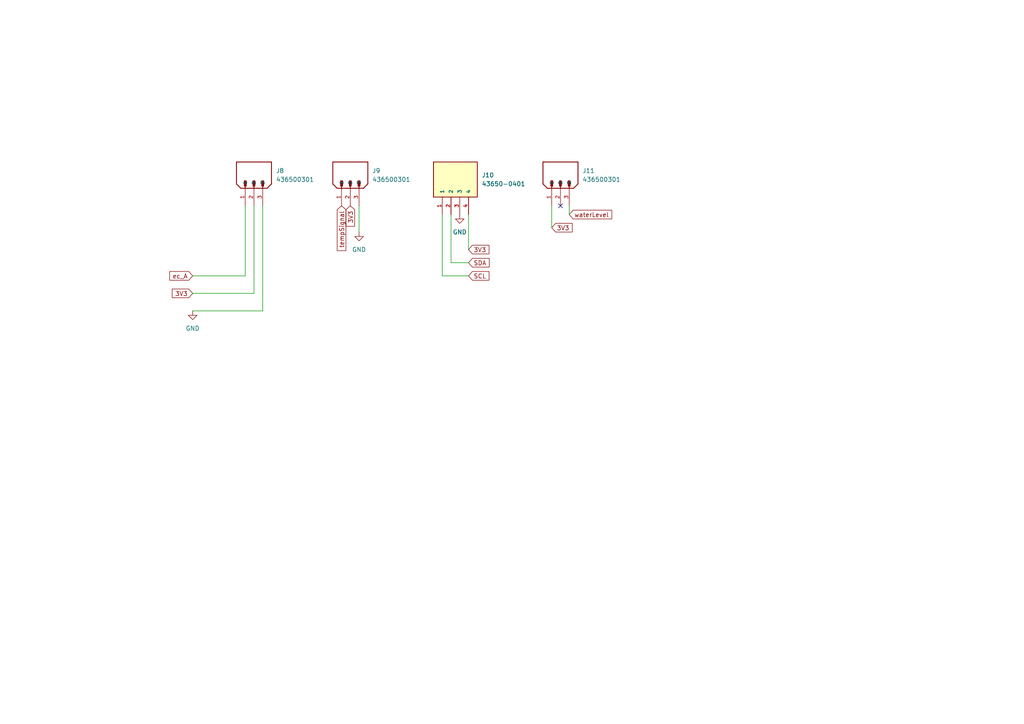
<source format=kicad_sch>
(kicad_sch (version 20211123) (generator eeschema)
  (paper "A4")
  (lib_symbols
    (symbol "43650-0401:43650-0401" (pin_names (offset 1.016))
      (property "Reference" "J" (at -5.08 6.35 0))
      (property "Value" "43650-0401" (at -5.08 -8.89 0))
      (symbol "43650-0401_0_0"
        (rectangle (start -5.08 -7.62) (end 5.08 5.08) (stroke (width 0.254)) (fill (type background)))
        (pin passive line (at -10.16 2.54 0) (length 5.08) (name "1") (number "1"))
        (pin passive line (at -10.16 0 0) (length 5.08) (name "2") (number "2"))
        (pin passive line (at -10.16 -2.54 0) (length 5.08) (name "3") (number "3"))
        (pin passive line (at -10.16 -5.08 0) (length 5.08) (name "4") (number "4"))
      )
    )
    (symbol "436500301:436500301" (pin_names (offset 1.016))
      (property "Reference" "J" (at 0 6.35 0))
      (property "Value" "436500301" (at 0 -7.62 0))
      (symbol "436500301_0_0"
        (polyline (pts (xy 0 -3.81) (xy 1.27 -5.08)) (stroke (width 0.254)))
        (polyline (pts (xy 0 -2.54) (xy 1.905 -2.54)) (stroke (width 0.254)))
        (polyline (pts (xy 0 0) (xy 1.905 0)) (stroke (width 0.254)))
        (polyline (pts (xy 0 2.54) (xy 0 -3.81)) (stroke (width 0.254)))
        (polyline (pts (xy 0 2.54) (xy 1.905 2.54)) (stroke (width 0.254)))
        (polyline (pts (xy 0 3.81) (xy 0 2.54)) (stroke (width 0.254)))
        (polyline (pts (xy 0 3.81) (xy 1.27 5.08)) (stroke (width 0.254)))
        (polyline (pts (xy 1.27 -5.08) (xy 7.62 -5.08)) (stroke (width 0.254)))
        (polyline (pts (xy 7.62 -5.08) (xy 7.62 5.08)) (stroke (width 0.254)))
        (polyline (pts (xy 7.62 5.08) (xy 1.27 5.08)) (stroke (width 0.254)))
        (rectangle (start 0.6096 -2.8448) (end 2.2098 -2.2098) (fill (type outline)))
        (rectangle (start 0.6096 -0.3048) (end 2.2098 0.3048) (fill (type outline)))
        (rectangle (start 0.6096 2.2098) (end 2.2098 2.8448) (fill (type outline)))
        (pin passive line (at -5.08 2.54 0) (length 5.08) (name "1") (number "1"))
        (pin passive line (at -5.08 0 0) (length 5.08) (name "2") (number "2"))
        (pin passive line (at -5.08 -2.54 0) (length 5.08) (name "3") (number "3"))
      )
    )
    (symbol "power:GND" (power) (pin_names (offset 0))
      (property "Value" "GND" (at 0 -3.81 0))
      (symbol "GND_0_1"
        (polyline (pts (xy 0 0) (xy 0 -1.27) (xy 1.27 -1.27) (xy 0 -2.54) (xy -1.27 -1.27) (xy 0 -1.27)))
      )
      (symbol "GND_1_1"
        (pin power_in line (at 0 0 270) (length 0) hide (name "GND") (number "1"))
      )
    )
  )
  (no_connect (at 162.56 59.69))
  (wire (pts (xy 128.27 80.01) (xy 135.89 80.01)))
  (wire (pts (xy 128.27 62.23) (xy 128.27 80.01)))
  (wire (pts (xy 76.2 90.17) (xy 55.88 90.17)))
  (wire (pts (xy 55.88 85.09) (xy 73.66 85.09)))
  (wire (pts (xy 165.1 62.23) (xy 165.1 59.69)))
  (wire (pts (xy 73.66 59.69) (xy 73.66 85.09)))
  (wire (pts (xy 71.12 80.01) (xy 55.88 80.01)))
  (wire (pts (xy 104.14 67.31) (xy 104.14 59.69)))
  (wire (pts (xy 76.2 59.69) (xy 76.2 90.17)))
  (wire (pts (xy 160.02 66.04) (xy 160.02 59.69)))
  (wire (pts (xy 130.81 62.23) (xy 130.81 76.2)))
  (wire (pts (xy 130.81 76.2) (xy 135.89 76.2)))
  (wire (pts (xy 135.89 62.23) (xy 135.89 72.39)))
  (wire (pts (xy 71.12 59.69) (xy 71.12 80.01)))
  (global_label "waterLevel" (shape input) (at 165.1 62.23 0) (property "Intersheet References" "${INTERSHEET_REFS}" (effects hide)))
  (global_label "3V3" (shape input) (at 160.02 66.04 0) (property "Intersheet References" "${INTERSHEET_REFS}" (effects hide)))
  (global_label "ec_A" (shape input) (at 55.88 80.01 180) (property "Intersheet References" "${INTERSHEET_REFS}" (effects hide)))
  (global_label "3V3" (shape input) (at 135.89 72.39 0) (property "Intersheet References" "${INTERSHEET_REFS}" (effects hide)))
  (global_label "3V3" (shape input) (at 101.6 59.69 270) (property "Intersheet References" "${INTERSHEET_REFS}" (effects hide)))
  (global_label "3V3" (shape input) (at 55.88 85.09 180) (property "Intersheet References" "${INTERSHEET_REFS}" (effects hide)))
  (global_label "SDA" (shape input) (at 135.89 76.2 0) (property "Intersheet References" "${INTERSHEET_REFS}" (effects hide)))
  (global_label "tempSignal" (shape input) (at 99.06 59.69 270) (property "Intersheet References" "${INTERSHEET_REFS}" (effects hide)))
  (global_label "SCL" (shape input) (at 135.89 80.01 0) (property "Intersheet References" "${INTERSHEET_REFS}" (effects hide)))
  (symbol (lib_id "power:GND") (at 133.35 62.23 0) (unit 1)
    (property "Reference" "#PWR023" (effects hide))
    (property "Value" "GND" (at 133.35 67.31 0))
  )
  (symbol (lib_id "power:GND") (at 104.14 67.31 0) (unit 1)
    (property "Reference" "#PWR022" (effects hide))
    (property "Value" "GND" (at 104.14 72.39 0))
  )
  (symbol (lib_id "436500301:436500301") (at 162.56 54.61 90) (unit 1)
    (property "Reference" "J11" (at 168.91 49.5299 90) (effects (justify right)))
    (property "Value" "436500301" (at 168.91 52.0699 90) (effects (justify right)))
    (property "Footprint" "SnapEDA Library:MOLEX_436500301" (effects hide))
    (property "MAXIMUM_PACKAGE_HEIGHT" "5.57 mm" (effects hide))
    (property "PARTREV" "D7" (effects hide))
    (property "MANUFACTURER" "Molex" (effects hide))
    (property "STANDARD" "Manufacturer Recommendations" (effects hide))
  )
  (symbol (lib_id "power:GND") (at 55.88 90.17 0) (unit 1)
    (property "Reference" "#PWR021" (effects hide))
    (property "Value" "GND" (at 55.88 95.25 0))
  )
  (symbol (lib_id "43650-0401:43650-0401") (at 130.81 52.07 90) (unit 1)
    (property "Reference" "J10" (at 139.7 50.7999 90) (effects (justify right)))
    (property "Value" "43650-0401" (at 139.7 53.3399 90) (effects (justify right)))
    (property "Footprint" "SnapEDA Library:MOLEX_43650-0401" (effects hide))
    (property "STANDARD" "Manufacturer Recommendations" (effects hide))
    (property "MAXIMUM_PACKAGE_HEIGHT" "5.57 mm" (effects hide))
    (property "PARTREV" "D7" (effects hide))
    (property "MANUFACTURER" "Molex" (effects hide))
  )
  (symbol (lib_id "436500301:436500301") (at 73.66 54.61 90) (unit 1)
    (property "Reference" "J8" (at 80.01 49.5299 90) (effects (justify right)))
    (property "Value" "436500301" (at 80.01 52.0699 90) (effects (justify right)))
    (property "Footprint" "SnapEDA Library:MOLEX_436500301" (effects hide))
    (property "MAXIMUM_PACKAGE_HEIGHT" "5.57 mm" (effects hide))
    (property "PARTREV" "D7" (effects hide))
    (property "MANUFACTURER" "Molex" (effects hide))
    (property "STANDARD" "Manufacturer Recommendations" (effects hide))
  )
  (symbol (lib_id "436500301:436500301") (at 101.6 54.61 90) (unit 1)
    (property "Reference" "J9" (at 107.95 49.5299 90) (effects (justify right)))
    (property "Value" "436500301" (at 107.95 52.0699 90) (effects (justify right)))
    (property "Footprint" "SnapEDA Library:MOLEX_436500301" (effects hide))
    (property "MAXIMUM_PACKAGE_HEIGHT" "5.57 mm" (effects hide))
    (property "PARTREV" "D7" (effects hide))
    (property "MANUFACTURER" "Molex" (effects hide))
    (property "STANDARD" "Manufacturer Recommendations" (effects hide))
  )
)
</source>
